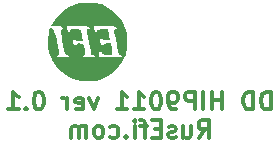
<source format=gbo>
G04 (created by PCBNEW (2013-07-07 BZR 4022)-stable) date 07/12/2013 21:30:00*
%MOIN*%
G04 Gerber Fmt 3.4, Leading zero omitted, Abs format*
%FSLAX34Y34*%
G01*
G70*
G90*
G04 APERTURE LIST*
%ADD10C,0.00393701*%
%ADD11C,0.011811*%
%ADD12C,0.0001*%
G04 APERTURE END LIST*
G54D10*
G54D11*
X36358Y-11989D02*
X36358Y-11398D01*
X36218Y-11398D01*
X36133Y-11426D01*
X36077Y-11482D01*
X36049Y-11539D01*
X36021Y-11651D01*
X36021Y-11735D01*
X36049Y-11848D01*
X36077Y-11904D01*
X36133Y-11960D01*
X36218Y-11989D01*
X36358Y-11989D01*
X35768Y-11989D02*
X35768Y-11398D01*
X35627Y-11398D01*
X35543Y-11426D01*
X35487Y-11482D01*
X35458Y-11539D01*
X35430Y-11651D01*
X35430Y-11735D01*
X35458Y-11848D01*
X35487Y-11904D01*
X35543Y-11960D01*
X35627Y-11989D01*
X35768Y-11989D01*
X34727Y-11989D02*
X34727Y-11398D01*
X34727Y-11679D02*
X34390Y-11679D01*
X34390Y-11989D02*
X34390Y-11398D01*
X34109Y-11989D02*
X34109Y-11398D01*
X33827Y-11989D02*
X33827Y-11398D01*
X33602Y-11398D01*
X33546Y-11426D01*
X33518Y-11454D01*
X33490Y-11510D01*
X33490Y-11595D01*
X33518Y-11651D01*
X33546Y-11679D01*
X33602Y-11707D01*
X33827Y-11707D01*
X33209Y-11989D02*
X33096Y-11989D01*
X33040Y-11960D01*
X33012Y-11932D01*
X32956Y-11848D01*
X32928Y-11735D01*
X32928Y-11510D01*
X32956Y-11454D01*
X32984Y-11426D01*
X33040Y-11398D01*
X33152Y-11398D01*
X33209Y-11426D01*
X33237Y-11454D01*
X33265Y-11510D01*
X33265Y-11651D01*
X33237Y-11707D01*
X33209Y-11735D01*
X33152Y-11764D01*
X33040Y-11764D01*
X32984Y-11735D01*
X32956Y-11707D01*
X32928Y-11651D01*
X32562Y-11398D02*
X32506Y-11398D01*
X32449Y-11426D01*
X32421Y-11454D01*
X32393Y-11510D01*
X32365Y-11623D01*
X32365Y-11764D01*
X32393Y-11876D01*
X32421Y-11932D01*
X32449Y-11960D01*
X32506Y-11989D01*
X32562Y-11989D01*
X32618Y-11960D01*
X32646Y-11932D01*
X32674Y-11876D01*
X32703Y-11764D01*
X32703Y-11623D01*
X32674Y-11510D01*
X32646Y-11454D01*
X32618Y-11426D01*
X32562Y-11398D01*
X31803Y-11989D02*
X32140Y-11989D01*
X31971Y-11989D02*
X31971Y-11398D01*
X32028Y-11482D01*
X32084Y-11539D01*
X32140Y-11567D01*
X31240Y-11989D02*
X31578Y-11989D01*
X31409Y-11989D02*
X31409Y-11398D01*
X31465Y-11482D01*
X31521Y-11539D01*
X31578Y-11567D01*
X30593Y-11595D02*
X30453Y-11989D01*
X30312Y-11595D01*
X29862Y-11960D02*
X29919Y-11989D01*
X30031Y-11989D01*
X30087Y-11960D01*
X30115Y-11904D01*
X30115Y-11679D01*
X30087Y-11623D01*
X30031Y-11595D01*
X29919Y-11595D01*
X29862Y-11623D01*
X29834Y-11679D01*
X29834Y-11735D01*
X30115Y-11792D01*
X29581Y-11989D02*
X29581Y-11595D01*
X29581Y-11707D02*
X29553Y-11651D01*
X29525Y-11623D01*
X29469Y-11595D01*
X29412Y-11595D01*
X28653Y-11398D02*
X28597Y-11398D01*
X28541Y-11426D01*
X28512Y-11454D01*
X28484Y-11510D01*
X28456Y-11623D01*
X28456Y-11764D01*
X28484Y-11876D01*
X28512Y-11932D01*
X28541Y-11960D01*
X28597Y-11989D01*
X28653Y-11989D01*
X28709Y-11960D01*
X28737Y-11932D01*
X28766Y-11876D01*
X28794Y-11764D01*
X28794Y-11623D01*
X28766Y-11510D01*
X28737Y-11454D01*
X28709Y-11426D01*
X28653Y-11398D01*
X28203Y-11932D02*
X28175Y-11960D01*
X28203Y-11989D01*
X28231Y-11960D01*
X28203Y-11932D01*
X28203Y-11989D01*
X27613Y-11989D02*
X27950Y-11989D01*
X27781Y-11989D02*
X27781Y-11398D01*
X27838Y-11482D01*
X27894Y-11539D01*
X27950Y-11567D01*
X33954Y-12933D02*
X34151Y-12652D01*
X34291Y-12933D02*
X34291Y-12343D01*
X34066Y-12343D01*
X34010Y-12371D01*
X33982Y-12399D01*
X33954Y-12455D01*
X33954Y-12540D01*
X33982Y-12596D01*
X34010Y-12624D01*
X34066Y-12652D01*
X34291Y-12652D01*
X33448Y-12540D02*
X33448Y-12933D01*
X33701Y-12540D02*
X33701Y-12849D01*
X33673Y-12905D01*
X33616Y-12933D01*
X33532Y-12933D01*
X33476Y-12905D01*
X33448Y-12877D01*
X33195Y-12905D02*
X33138Y-12933D01*
X33026Y-12933D01*
X32970Y-12905D01*
X32942Y-12849D01*
X32942Y-12821D01*
X32970Y-12765D01*
X33026Y-12737D01*
X33110Y-12737D01*
X33167Y-12708D01*
X33195Y-12652D01*
X33195Y-12624D01*
X33167Y-12568D01*
X33110Y-12540D01*
X33026Y-12540D01*
X32970Y-12568D01*
X32688Y-12624D02*
X32492Y-12624D01*
X32407Y-12933D02*
X32688Y-12933D01*
X32688Y-12343D01*
X32407Y-12343D01*
X32239Y-12540D02*
X32014Y-12540D01*
X32154Y-12933D02*
X32154Y-12427D01*
X32126Y-12371D01*
X32070Y-12343D01*
X32014Y-12343D01*
X31817Y-12933D02*
X31817Y-12540D01*
X31817Y-12343D02*
X31845Y-12371D01*
X31817Y-12399D01*
X31789Y-12371D01*
X31817Y-12343D01*
X31817Y-12399D01*
X31535Y-12877D02*
X31507Y-12905D01*
X31535Y-12933D01*
X31564Y-12905D01*
X31535Y-12877D01*
X31535Y-12933D01*
X31001Y-12905D02*
X31057Y-12933D01*
X31170Y-12933D01*
X31226Y-12905D01*
X31254Y-12877D01*
X31282Y-12821D01*
X31282Y-12652D01*
X31254Y-12596D01*
X31226Y-12568D01*
X31170Y-12540D01*
X31057Y-12540D01*
X31001Y-12568D01*
X30664Y-12933D02*
X30720Y-12905D01*
X30748Y-12877D01*
X30776Y-12821D01*
X30776Y-12652D01*
X30748Y-12596D01*
X30720Y-12568D01*
X30664Y-12540D01*
X30579Y-12540D01*
X30523Y-12568D01*
X30495Y-12596D01*
X30467Y-12652D01*
X30467Y-12821D01*
X30495Y-12877D01*
X30523Y-12905D01*
X30579Y-12933D01*
X30664Y-12933D01*
X30214Y-12933D02*
X30214Y-12540D01*
X30214Y-12596D02*
X30186Y-12568D01*
X30129Y-12540D01*
X30045Y-12540D01*
X29989Y-12568D01*
X29961Y-12624D01*
X29961Y-12933D01*
X29961Y-12624D02*
X29933Y-12568D01*
X29876Y-12540D01*
X29792Y-12540D01*
X29736Y-12568D01*
X29708Y-12624D01*
X29708Y-12933D01*
G54D12*
G36*
X31567Y-9733D02*
X31565Y-9900D01*
X31559Y-10019D01*
X31544Y-10108D01*
X31519Y-10185D01*
X31479Y-10270D01*
X31474Y-10280D01*
X31400Y-10396D01*
X31400Y-10217D01*
X31351Y-10185D01*
X31336Y-10183D01*
X31308Y-10150D01*
X31274Y-10052D01*
X31235Y-9888D01*
X31219Y-9808D01*
X31188Y-9653D01*
X31161Y-9518D01*
X31140Y-9419D01*
X31129Y-9375D01*
X31135Y-9326D01*
X31164Y-9317D01*
X31210Y-9291D01*
X31217Y-9267D01*
X31206Y-9244D01*
X31168Y-9230D01*
X31092Y-9221D01*
X30968Y-9217D01*
X30839Y-9217D01*
X30461Y-9217D01*
X30476Y-9317D01*
X30499Y-9387D01*
X30535Y-9416D01*
X30536Y-9417D01*
X30566Y-9393D01*
X30562Y-9366D01*
X30562Y-9338D01*
X30600Y-9323D01*
X30686Y-9317D01*
X30741Y-9317D01*
X30939Y-9317D01*
X30972Y-9500D01*
X31005Y-9683D01*
X30877Y-9683D01*
X30796Y-9675D01*
X30752Y-9656D01*
X30750Y-9650D01*
X30723Y-9620D01*
X30704Y-9617D01*
X30675Y-9635D01*
X30676Y-9700D01*
X30680Y-9722D01*
X30705Y-9790D01*
X30739Y-9838D01*
X30770Y-9852D01*
X30783Y-9820D01*
X30783Y-9819D01*
X30813Y-9796D01*
X30886Y-9784D01*
X30914Y-9783D01*
X31045Y-9783D01*
X31068Y-9968D01*
X31078Y-10072D01*
X31078Y-10148D01*
X31073Y-10171D01*
X31025Y-10183D01*
X30943Y-10177D01*
X30849Y-10159D01*
X30767Y-10134D01*
X30720Y-10106D01*
X30717Y-10097D01*
X30690Y-10055D01*
X30667Y-10050D01*
X30627Y-10080D01*
X30617Y-10150D01*
X30617Y-10250D01*
X31018Y-10250D01*
X31203Y-10247D01*
X31329Y-10240D01*
X31393Y-10227D01*
X31400Y-10217D01*
X31400Y-10396D01*
X31304Y-10548D01*
X31099Y-10760D01*
X30860Y-10915D01*
X30652Y-10996D01*
X30483Y-11029D01*
X30483Y-10217D01*
X30456Y-10187D01*
X30433Y-10183D01*
X30389Y-10177D01*
X30383Y-10171D01*
X30377Y-10136D01*
X30360Y-10048D01*
X30334Y-9920D01*
X30303Y-9766D01*
X30300Y-9750D01*
X30264Y-9573D01*
X30239Y-9452D01*
X30226Y-9376D01*
X30223Y-9335D01*
X30229Y-9318D01*
X30244Y-9315D01*
X30267Y-9317D01*
X30311Y-9290D01*
X30317Y-9267D01*
X30306Y-9244D01*
X30268Y-9230D01*
X30192Y-9221D01*
X30068Y-9217D01*
X29939Y-9217D01*
X29561Y-9217D01*
X29576Y-9317D01*
X29599Y-9387D01*
X29635Y-9416D01*
X29636Y-9417D01*
X29666Y-9393D01*
X29662Y-9367D01*
X29663Y-9337D01*
X29701Y-9322D01*
X29790Y-9317D01*
X29828Y-9317D01*
X29932Y-9321D01*
X30006Y-9333D01*
X30029Y-9343D01*
X30043Y-9390D01*
X30059Y-9478D01*
X30069Y-9543D01*
X30092Y-9717D01*
X29977Y-9717D01*
X29888Y-9706D01*
X29826Y-9679D01*
X29824Y-9677D01*
X29780Y-9650D01*
X29765Y-9683D01*
X29773Y-9758D01*
X29800Y-9817D01*
X29839Y-9850D01*
X29873Y-9848D01*
X29883Y-9817D01*
X29911Y-9792D01*
X29976Y-9783D01*
X30051Y-9790D01*
X30111Y-9811D01*
X30127Y-9829D01*
X30142Y-9888D01*
X30160Y-9984D01*
X30168Y-10029D01*
X30178Y-10124D01*
X30171Y-10170D01*
X30141Y-10183D01*
X30137Y-10183D01*
X30090Y-10200D01*
X30083Y-10217D01*
X30114Y-10234D01*
X30193Y-10246D01*
X30283Y-10250D01*
X30390Y-10245D01*
X30462Y-10232D01*
X30483Y-10217D01*
X30483Y-11029D01*
X30475Y-11031D01*
X30270Y-11045D01*
X30065Y-11038D01*
X29889Y-11010D01*
X29859Y-11001D01*
X29624Y-10897D01*
X29402Y-10743D01*
X29212Y-10552D01*
X29069Y-10339D01*
X29057Y-10314D01*
X28981Y-10108D01*
X28935Y-9877D01*
X28925Y-9655D01*
X28930Y-9594D01*
X28951Y-9460D01*
X28978Y-9352D01*
X29007Y-9282D01*
X29035Y-9263D01*
X29043Y-9271D01*
X29094Y-9313D01*
X29114Y-9322D01*
X29144Y-9363D01*
X29180Y-9469D01*
X29220Y-9635D01*
X29237Y-9718D01*
X29273Y-9901D01*
X29296Y-10028D01*
X29308Y-10110D01*
X29309Y-10156D01*
X29299Y-10177D01*
X29280Y-10183D01*
X29267Y-10183D01*
X29222Y-10201D01*
X29217Y-10217D01*
X29247Y-10234D01*
X29326Y-10246D01*
X29417Y-10250D01*
X29530Y-10244D01*
X29600Y-10228D01*
X29619Y-10206D01*
X29580Y-10182D01*
X29556Y-10175D01*
X29525Y-10153D01*
X29498Y-10099D01*
X29471Y-10001D01*
X29441Y-9849D01*
X29438Y-9830D01*
X29411Y-9678D01*
X29386Y-9543D01*
X29367Y-9442D01*
X29361Y-9408D01*
X29356Y-9340D01*
X29387Y-9317D01*
X29395Y-9316D01*
X29432Y-9296D01*
X29429Y-9266D01*
X29395Y-9236D01*
X29318Y-9220D01*
X29210Y-9216D01*
X29011Y-9217D01*
X29086Y-9092D01*
X29235Y-8891D01*
X29426Y-8708D01*
X29637Y-8564D01*
X29683Y-8540D01*
X29783Y-8492D01*
X29866Y-8462D01*
X29952Y-8444D01*
X30059Y-8436D01*
X30208Y-8434D01*
X30266Y-8434D01*
X30433Y-8436D01*
X30553Y-8442D01*
X30644Y-8457D01*
X30725Y-8484D01*
X30816Y-8525D01*
X30831Y-8532D01*
X31041Y-8665D01*
X31236Y-8843D01*
X31398Y-9046D01*
X31471Y-9172D01*
X31514Y-9265D01*
X31542Y-9346D01*
X31557Y-9435D01*
X31565Y-9551D01*
X31566Y-9713D01*
X31567Y-9733D01*
X31567Y-9733D01*
X31567Y-9733D01*
G37*
M02*

</source>
